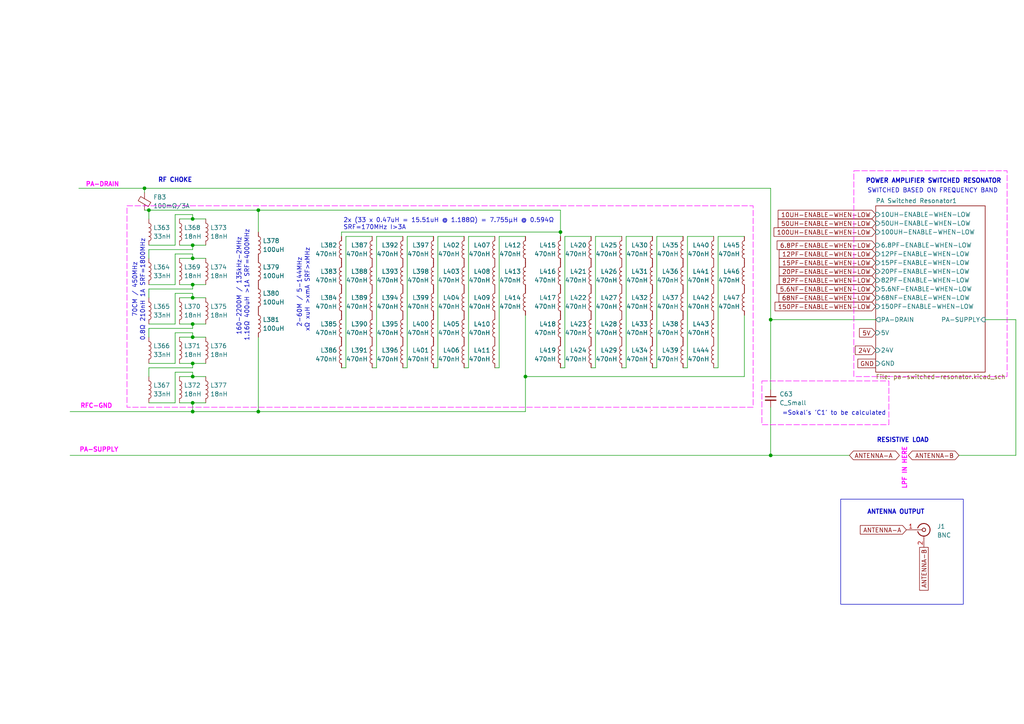
<source format=kicad_sch>
(kicad_sch (version 20231120) (generator "eeschema") (generator_version "8.0")
  (paper "A4")
  (junction (at 55.88 93.98))
  (junction (at 55.88 63.5))
  (junction (at 55.88 74.93))
  (junction (at 55.88 109.22))
  (junction (at 74.93 119.38))
  (junction (at 55.88 97.79))
  (junction (at 152.4 109.22))
  (junction (at 55.88 86.36))
  (junction (at 74.93 60.96))
  (junction (at 55.88 71.12))
  (junction (at 162.56 67.31))
  (junction (at 55.88 105.41))
  (junction (at 55.88 82.55))
  (junction (at 223.52 92.71))
  (junction (at 43.18 60.96))
  (junction (at 223.52 132.08))
  (junction (at 55.88 119.38))
  (junction (at 41.91 54.61))
  (junction (at 55.88 116.84))
  (wire (pts (xy 55.88 86.36) (xy 59.69 86.36)))
  (wire (pts (xy 223.52 54.61) (xy 223.52 92.71)))
  (wire (pts (xy 74.93 60.96) (xy 162.56 60.96)))
  (wire (pts (xy 43.18 60.96) (xy 74.93 60.96)))
  (wire (pts (xy 208.28 68.58) (xy 208.28 106.68)))
  (wire (pts (xy 190.5 68.58) (xy 198.12 68.58)))
  (wire (pts (xy 199.39 68.58) (xy 207.01 68.58)))
  (wire (pts (xy 55.88 109.22) (xy 59.69 109.22)))
  (wire (pts (xy 55.88 116.84) (xy 55.88 119.38)))
  (wire (pts (xy 43.18 71.12) (xy 50.8 71.12)))
  (wire (pts (xy 99.06 67.31) (xy 99.06 68.58)))
  (wire (pts (xy 55.88 71.12) (xy 55.88 72.39)))
  (wire (pts (xy 52.07 71.12) (xy 55.88 71.12)))
  (wire (pts (xy 52.07 74.93) (xy 55.88 74.93)))
  (wire (pts (xy 172.72 68.58) (xy 180.34 68.58)))
  (wire (pts (xy 107.95 106.68) (xy 109.22 106.68)))
  (wire (pts (xy 55.88 82.55) (xy 55.88 83.82)))
  (wire (pts (xy 52.07 97.79) (xy 55.88 97.79)))
  (wire (pts (xy 143.51 106.68) (xy 144.78 106.68)))
  (wire (pts (xy 135.89 68.58) (xy 143.51 68.58)))
  (wire (pts (xy 43.18 95.25) (xy 43.18 97.79)))
  (wire (pts (xy 55.88 71.12) (xy 59.69 71.12)))
  (wire (pts (xy 181.61 68.58) (xy 181.61 106.68)))
  (wire (pts (xy 181.61 68.58) (xy 189.23 68.58)))
  (wire (pts (xy 223.52 132.08) (xy 246.38 132.08)))
  (wire (pts (xy 118.11 68.58) (xy 118.11 106.68)))
  (wire (pts (xy 50.8 96.52) (xy 55.88 96.52)))
  (wire (pts (xy 50.8 116.84) (xy 50.8 107.95)))
  (wire (pts (xy 43.18 106.68) (xy 43.18 109.22)))
  (wire (pts (xy 223.52 113.03) (xy 223.52 92.71)))
  (wire (pts (xy 162.56 106.68) (xy 163.83 106.68)))
  (wire (pts (xy 163.83 68.58) (xy 171.45 68.58)))
  (wire (pts (xy 55.88 85.09) (xy 55.88 86.36)))
  (wire (pts (xy 223.52 118.11) (xy 223.52 132.08)))
  (wire (pts (xy 208.28 68.58) (xy 215.9 68.58)))
  (wire (pts (xy 199.39 68.58) (xy 199.39 106.68)))
  (wire (pts (xy 52.07 105.41) (xy 55.88 105.41)))
  (wire (pts (xy 171.45 106.68) (xy 172.72 106.68)))
  (wire (pts (xy 22.86 54.61) (xy 41.91 54.61)))
  (wire (pts (xy 55.88 74.93) (xy 59.69 74.93)))
  (wire (pts (xy 207.01 106.68) (xy 208.28 106.68)))
  (wire (pts (xy 52.07 82.55) (xy 55.88 82.55)))
  (wire (pts (xy 52.07 86.36) (xy 55.88 86.36)))
  (wire (pts (xy 41.91 54.61) (xy 223.52 54.61)))
  (wire (pts (xy 41.91 60.96) (xy 43.18 60.96)))
  (wire (pts (xy 55.88 105.41) (xy 59.69 105.41)))
  (wire (pts (xy 294.64 92.71) (xy 294.64 132.08)))
  (wire (pts (xy 55.88 96.52) (xy 55.88 97.79)))
  (wire (pts (xy 74.93 97.79) (xy 74.93 119.38)))
  (wire (pts (xy 55.88 119.38) (xy 74.93 119.38)))
  (wire (pts (xy 43.18 116.84) (xy 50.8 116.84)))
  (wire (pts (xy 55.88 73.66) (xy 55.88 74.93)))
  (wire (pts (xy 43.18 60.96) (xy 43.18 63.5)))
  (wire (pts (xy 55.88 62.23) (xy 55.88 63.5)))
  (wire (pts (xy 55.88 106.68) (xy 43.18 106.68)))
  (wire (pts (xy 127 68.58) (xy 127 106.68)))
  (wire (pts (xy 55.88 63.5) (xy 59.69 63.5)))
  (wire (pts (xy 144.78 68.58) (xy 144.78 106.68)))
  (wire (pts (xy 55.88 95.25) (xy 43.18 95.25)))
  (wire (pts (xy 50.8 71.12) (xy 50.8 62.23)))
  (wire (pts (xy 144.78 68.58) (xy 152.4 68.58)))
  (wire (pts (xy 55.88 116.84) (xy 59.69 116.84)))
  (wire (pts (xy 41.91 54.61) (xy 41.91 55.88)))
  (wire (pts (xy 55.88 83.82) (xy 43.18 83.82)))
  (wire (pts (xy 50.8 107.95) (xy 55.88 107.95)))
  (wire (pts (xy 172.72 68.58) (xy 172.72 106.68)))
  (wire (pts (xy 52.07 93.98) (xy 55.88 93.98)))
  (wire (pts (xy 74.93 119.38) (xy 152.4 119.38)))
  (wire (pts (xy 189.23 106.68) (xy 190.5 106.68)))
  (wire (pts (xy 125.73 106.68) (xy 127 106.68)))
  (wire (pts (xy 52.07 116.84) (xy 55.88 116.84)))
  (wire (pts (xy 162.56 67.31) (xy 162.56 68.58)))
  (wire (pts (xy 127 68.58) (xy 134.62 68.58)))
  (wire (pts (xy 109.22 68.58) (xy 116.84 68.58)))
  (wire (pts (xy 215.9 91.44) (xy 215.9 109.22)))
  (wire (pts (xy 162.56 60.96) (xy 162.56 67.31)))
  (wire (pts (xy 55.88 107.95) (xy 55.88 109.22)))
  (wire (pts (xy 152.4 109.22) (xy 215.9 109.22)))
  (wire (pts (xy 50.8 82.55) (xy 50.8 73.66)))
  (wire (pts (xy 43.18 82.55) (xy 50.8 82.55)))
  (wire (pts (xy 20.32 119.38) (xy 55.88 119.38)))
  (wire (pts (xy 198.12 106.68) (xy 199.39 106.68)))
  (wire (pts (xy 50.8 73.66) (xy 55.88 73.66)))
  (wire (pts (xy 55.88 93.98) (xy 55.88 95.25)))
  (wire (pts (xy 100.33 68.58) (xy 100.33 106.68)))
  (wire (pts (xy 50.8 105.41) (xy 50.8 96.52)))
  (wire (pts (xy 109.22 68.58) (xy 109.22 106.68)))
  (wire (pts (xy 152.4 91.44) (xy 152.4 109.22)))
  (wire (pts (xy 50.8 85.09) (xy 55.88 85.09)))
  (wire (pts (xy 55.88 93.98) (xy 59.69 93.98)))
  (wire (pts (xy 74.93 60.96) (xy 74.93 67.31)))
  (wire (pts (xy 100.33 68.58) (xy 107.95 68.58)))
  (wire (pts (xy 135.89 68.58) (xy 135.89 106.68)))
  (wire (pts (xy 99.06 67.31) (xy 162.56 67.31)))
  (wire (pts (xy 43.18 105.41) (xy 50.8 105.41)))
  (wire (pts (xy 180.34 106.68) (xy 181.61 106.68)))
  (wire (pts (xy 254 92.71) (xy 223.52 92.71)))
  (wire (pts (xy 285.75 92.71) (xy 294.64 92.71)))
  (wire (pts (xy 43.18 72.39) (xy 43.18 74.93)))
  (wire (pts (xy 52.07 63.5) (xy 55.88 63.5)))
  (wire (pts (xy 116.84 106.68) (xy 118.11 106.68)))
  (wire (pts (xy 163.83 68.58) (xy 163.83 106.68)))
  (wire (pts (xy 55.88 97.79) (xy 59.69 97.79)))
  (wire (pts (xy 99.06 106.68) (xy 100.33 106.68)))
  (wire (pts (xy 43.18 93.98) (xy 50.8 93.98)))
  (wire (pts (xy 278.13 132.08) (xy 294.64 132.08)))
  (wire (pts (xy 55.88 82.55) (xy 59.69 82.55)))
  (wire (pts (xy 152.4 109.22) (xy 152.4 119.38)))
  (wire (pts (xy 55.88 72.39) (xy 43.18 72.39)))
  (wire (pts (xy 50.8 62.23) (xy 55.88 62.23)))
  (wire (pts (xy 55.88 105.41) (xy 55.88 106.68)))
  (wire (pts (xy 43.18 83.82) (xy 43.18 86.36)))
  (wire (pts (xy 52.07 109.22) (xy 55.88 109.22)))
  (wire (pts (xy 20.32 132.08) (xy 223.52 132.08)))
  (wire (pts (xy 118.11 68.58) (xy 125.73 68.58)))
  (wire (pts (xy 50.8 93.98) (xy 50.8 85.09)))
  (wire (pts (xy 190.5 68.58) (xy 190.5 106.68)))
  (wire (pts (xy 134.62 106.68) (xy 135.89 106.68)))
  (rectangle (start 247.65 49.53) (end 292.1 109.22) (stroke (width 0) (type dash) (color 255 0 255 1)))
  (rectangle (start 36.83 59.69) (end 218.44 118.11) (stroke (width 0) (type dash) (color 255 0 255 1)))
  (rectangle (start 243.84 144.78) (end 279.4 175.26))
  (rectangle (start 220.98 110.49) (end 257.81 123.19) (stroke (width 0) (type dash) (color 255 0 255 1)))
  (text "RESISTIVE LOAD" (at 261.874 127.762 0) (effects (font (size 1.27 1.27) (thickness 0.254) (bold yes))))
  (text "LPF IN HERE" (at 262.382 129.54 90) (effects (font (size 1.27 1.27) (thickness 0.254) (bold yes)) (justify right)))
  (text "160-2200M / 135kHz-2MHz" (at 69.342 83.058 90) (effects (font (size 1.27 1.27))))
  (text "1.16Ω 400uH >1A SRF=4000MHz" (at 71.628 82.804 90) (effects (font (size 1.27 1.27))))
  (text "PA-DRAIN" (at 29.718 53.594 0) (effects (font (size 1.27 1.27) (thickness 0.254) (bold yes))))
  (text "RF CHOKE" (at 50.8 52.324 0) (effects (font (size 1.27 1.27) (thickness 0.254) (bold yes))))
  (text "=Sokal's 'C1' to be calculated" (at 226.822 119.888 0) (effects (font (size 1.27 1.27)) (justify left)))
  (text "SWITCHED BASED ON FREQUENCY BAND" (at 270.51 55.372 0) (effects (font (size 1.27 1.27))))
  (text "ANTENNA OUTPUT" (at 259.842 148.59 0) (effects (font (size 1.27 1.27) (thickness 0.254) (bold yes))))
  (text "2-60M / 5-144MHz" (at 86.868 84.836 90) (effects (font (size 1.27 1.27))))
  (text "POWER AMPLIFIER SWITCHED RESONATOR" (at 270.764 52.578 0) (effects (font (size 1.27 1.27) (thickness 0.254) (bold yes))))
  (text "0.8Ω 210nH 1A SRF=1800MHz" (at 41.402 84.074 90) (effects (font (size 1.27 1.27))))
  (text "xΩ xuH >xmA SRF>xMHz" (at 89.154 84.074 90) (effects (font (size 1.27 1.27))))
  (text "PA-SUPPLY" (at 28.702 130.556 0) (effects (font (size 1.27 1.27) (thickness 0.254) (bold yes))))
  (text "70CM / 450MHz" (at 39.116 84.074 90) (effects (font (size 1.27 1.27))))
  (text "RFC-GND" (at 27.94 117.856 0) (effects (font (size 1.27 1.27) (thickness 0.254) (bold yes))))
  (text "2x (33 x 0.47uH = 15.51uH @ 1.188Ω) = 7.755μH @ 0.594Ω\nSRF=170MHz I>3A" (at 99.568 65.024 0) (effects (font (size 1.27 1.27)) (justify left)))
  (global_label "68NF-ENABLE-WHEN-LOW" (shape input) (at 254 86.36 180) (property "Intersheetrefs" "${INTERSHEET_REFS}" (effects (hide yes))))
  (global_label "ANTENNA-A" (shape input) (at 262.89 153.67 180) (property "Intersheetrefs" "${INTERSHEET_REFS}" (effects (hide yes))))
  (global_label "ANTENNA-B" (shape passive) (at 267.97 158.75 270) (property "Intersheetrefs" "${INTERSHEET_REFS}" (effects (hide yes))))
  (global_label "50UH-ENABLE-WHEN-LOW" (shape input) (at 254 64.77 180) (property "Intersheetrefs" "${INTERSHEET_REFS}" (effects (hide yes))))
  (global_label "15PF-ENABLE-WHEN-LOW" (shape input) (at 254 76.2 180) (property "Intersheetrefs" "${INTERSHEET_REFS}" (effects (hide yes))))
  (global_label "20PF-ENABLE-WHEN-LOW" (shape input) (at 254 78.74 180) (property "Intersheetrefs" "${INTERSHEET_REFS}" (effects (hide yes))))
  (global_label "5.6NF-ENABLE-WHEN-LOW" (shape input) (at 254 83.82 180) (property "Intersheetrefs" "${INTERSHEET_REFS}" (effects (hide yes))))
  (global_label "100UH-ENABLE-WHEN-LOW" (shape input) (at 254 67.31 180) (property "Intersheetrefs" "${INTERSHEET_REFS}" (effects (hide yes))))
  (global_label "150PF-ENABLE-WHEN-LOW" (shape input) (at 254 88.9 180) (property "Intersheetrefs" "${INTERSHEET_REFS}" (effects (hide yes))))
  (global_label "6.8PF-ENABLE-WHEN-LOW" (shape input) (at 254 71.12 180) (property "Intersheetrefs" "${INTERSHEET_REFS}" (effects (hide yes))))
  (global_label "ANTENNA-B" (shape bidirectional) (at 278.13 132.08 180) (property "Intersheetrefs" "${INTERSHEET_REFS}" (effects (hide yes))))
  (global_label "5V" (shape input) (at 254 96.52 180) (property "Intersheetrefs" "${INTERSHEET_REFS}" (effects (hide yes))))
  (global_label "82PF-ENABLE-WHEN-LOW" (shape input) (at 254 81.28 180) (property "Intersheetrefs" "${INTERSHEET_REFS}" (effects (hide yes))))
  (global_label "24V" (shape input) (at 254 101.6 180) (property "Intersheetrefs" "${INTERSHEET_REFS}" (effects (hide yes))))
  (global_label "GND" (shape passive) (at 254 105.41 180) (property "Intersheetrefs" "${INTERSHEET_REFS}" (effects (hide yes))))
  (global_label "12PF-ENABLE-WHEN-LOW" (shape input) (at 254 73.66 180) (property "Intersheetrefs" "${INTERSHEET_REFS}" (effects (hide yes))))
  (global_label "10UH-ENABLE-WHEN-LOW" (shape input) (at 254 62.23 180) (property "Intersheetrefs" "${INTERSHEET_REFS}" (effects (hide yes))))
  (global_label "ANTENNA-A" (shape bidirectional) (at 246.38 132.08 0) (property "Intersheetrefs" "${INTERSHEET_REFS}" (effects (hide yes))))
  (symbol (lib_id "Device:L") (at 74.93 93.98 0) (unit 1)
    (property "Reference" "L381" (at 76.2 92.7099 0) (effects (justify left)))
    (property "Value" "100uH" (at 76.2 95.2499 0) (effects (justify left)))
    (property "Footprint" "Inductor_SMD:L_Cenker_CKCS8040" (effects (hide yes)))
    (property "Datasheet" "https://wmsc.lcsc.com/wmsc/upload/file/pdf/v2/lcsc/2310251551_Sunlord-SWPA8040S101MT_C83468.pdf" (effects (hide yes)))
    (property "Description" "1A 100uH ±20% 1.15A SMD,8x8mm Power Inductors ROHS" (effects (hide yes)))
    (property "LCSC Part #" "C83468" (effects (hide yes)))
    (property "MPN" "SWPA8040S101MT" (effects (hide yes)))
    (property "Manufacturer" "Sunlord" (effects (hide yes)))
  )
  (symbol (lib_id "Device:L") (at 171.45 80.01 0) (mirror y) (unit 1)
    (property "Reference" "L421" (at 170.18 78.7399 0) (effects (justify left)))
    (property "Value" "470nH" (at 170.18 81.2799 0) (effects (justify left)))
    (property "Footprint" "Inductor_SMD:L_1008_2520Metric" (effects (hide yes)))
    (property "Datasheet" "https://wmsc.lcsc.com/wmsc/upload/file/pdf/v2/lcsc/2310251550_Sunlord-SPH252012HR47MT_C316369.pdf" (effects (hide yes)))
    (property "Description" "3A 470nH ±20% 4.1A 1008 Power Inductors ROHS" (effects (hide yes)))
    (property "LCSC Part #" "C316369" (effects (hide yes)))
    (property "MPN" "SPH252012HR47MT" (effects (hide yes)))
    (property "Manufacturer" "Sunlord" (effects (hide yes)))
  )
  (symbol (lib_id "Device:L") (at 116.84 102.87 0) (mirror y) (unit 1)
    (property "Reference" "L396" (at 115.57 101.5999 0) (effects (justify left)))
    (property "Value" "470nH" (at 115.57 104.1399 0) (effects (justify left)))
    (property "Footprint" "Inductor_SMD:L_1008_2520Metric" (effects (hide yes)))
    (property "Datasheet" "https://wmsc.lcsc.com/wmsc/upload/file/pdf/v2/lcsc/2310251550_Sunlord-SPH252012HR47MT_C316369.pdf" (effects (hide yes)))
    (property "Description" "3A 470nH ±20% 4.1A 1008 Power Inductors ROHS" (effects (hide yes)))
    (property "LCSC Part #" "C316369" (effects (hide yes)))
    (property "MPN" "SPH252012HR47MT" (effects (hide yes)))
    (property "Manufacturer" "Sunlord" (effects (hide yes)))
  )
  (symbol (lib_id "Device:L") (at 198.12 95.25 0) (mirror y) (unit 1)
    (property "Reference" "L438" (at 196.85 93.9799 0) (effects (justify left)))
    (property "Value" "470nH" (at 196.85 96.5199 0) (effects (justify left)))
    (property "Footprint" "Inductor_SMD:L_1008_2520Metric" (effects (hide yes)))
    (property "Datasheet" "https://wmsc.lcsc.com/wmsc/upload/file/pdf/v2/lcsc/2310251550_Sunlord-SPH252012HR47MT_C316369.pdf" (effects (hide yes)))
    (property "Description" "3A 470nH ±20% 4.1A 1008 Power Inductors ROHS" (effects (hide yes)))
    (property "LCSC Part #" "C316369" (effects (hide yes)))
    (property "MPN" "SPH252012HR47MT" (effects (hide yes)))
    (property "Manufacturer" "Sunlord" (effects (hide yes)))
  )
  (symbol (lib_id "Device:L") (at 74.93 86.36 0) (unit 1)
    (property "Reference" "L380" (at 76.2 85.0899 0) (effects (justify left)))
    (property "Value" "100uH" (at 76.2 87.6299 0) (effects (justify left)))
    (property "Footprint" "Inductor_SMD:L_Cenker_CKCS8040" (effects (hide yes)))
    (property "Datasheet" "https://wmsc.lcsc.com/wmsc/upload/file/pdf/v2/lcsc/2310251551_Sunlord-SWPA8040S101MT_C83468.pdf" (effects (hide yes)))
    (property "Description" "1A 100uH ±20% 1.15A SMD,8x8mm Power Inductors ROHS" (effects (hide yes)))
    (property "LCSC Part #" "C83468" (effects (hide yes)))
    (property "MPN" "SWPA8040S101MT" (effects (hide yes)))
    (property "Manufacturer" "Sunlord" (effects (hide yes)))
  )
  (symbol (lib_id "Device:L") (at 152.4 87.63 0) (mirror y) (unit 1)
    (property "Reference" "L414" (at 151.13 86.3599 0) (effects (justify left)))
    (property "Value" "470nH" (at 151.13 88.8999 0) (effects (justify left)))
    (property "Footprint" "Inductor_SMD:L_1008_2520Metric" (effects (hide yes)))
    (property "Datasheet" "https://wmsc.lcsc.com/wmsc/upload/file/pdf/v2/lcsc/2310251550_Sunlord-SPH252012HR47MT_C316369.pdf" (effects (hide yes)))
    (property "Description" "3A 470nH ±20% 4.1A 1008 Power Inductors ROHS" (effects (hide yes)))
    (property "LCSC Part #" "C316369" (effects (hide yes)))
    (property "MPN" "SPH252012HR47MT" (effects (hide yes)))
    (property "Manufacturer" "Sunlord" (effects (hide yes)))
  )
  (symbol (lib_id "Device:C_Small") (at 223.52 115.57 0) (unit 1)
    (property "Reference" "C63" (at 226.06 114.3062 0) (effects (justify left)))
    (property "Value" "C_Small" (at 226.06 116.8462 0) (effects (justify left)))
    (property "Description" "Unpolarized capacitor, small symbol" (effects (hide yes)))
  )
  (symbol (lib_id "Device:L") (at 52.07 78.74 0) (unit 1)
    (property "Reference" "L369" (at 53.34 77.4699 0) (effects (justify left)))
    (property "Value" "18nH" (at 53.34 80.0099 0) (effects (justify left)))
    (property "Footprint" "Inductor_SMD:L_1210_3225Metric" (effects (hide yes)))
    (property "Datasheet" "https://wmsc.lcsc.com/wmsc/upload/file/pdf/v2/lcsc/2302231208_FH--Guangdong-Fenghua-Advanced-Tech-FHW1210HC018JGT_C318035.pdf" (effects (hide yes)))
    (property "Description" "1A 18nH ±5% 100mΩ 1210 Inductors (SMD) ROHS" (effects (hide yes)))
    (property "LCSC Part #" "C318035" (effects (hide yes)))
    (property "MPN" "FHW1210HC018JGT" (effects (hide yes)))
    (property "Manufacturer" "Fenghua" (effects (hide yes)))
  )
  (symbol (lib_id "Device:L") (at 143.51 95.25 0) (mirror y) (unit 1)
    (property "Reference" "L410" (at 142.24 93.9799 0) (effects (justify left)))
    (property "Value" "470nH" (at 142.24 96.5199 0) (effects (justify left)))
    (property "Footprint" "Inductor_SMD:L_1008_2520Metric" (effects (hide yes)))
    (property "Datasheet" "https://wmsc.lcsc.com/wmsc/upload/file/pdf/v2/lcsc/2310251550_Sunlord-SPH252012HR47MT_C316369.pdf" (effects (hide yes)))
    (property "Description" "3A 470nH ±20% 4.1A 1008 Power Inductors ROHS" (effects (hide yes)))
    (property "LCSC Part #" "C316369" (effects (hide yes)))
    (property "MPN" "SPH252012HR47MT" (effects (hide yes)))
    (property "Manufacturer" "Sunlord" (effects (hide yes)))
  )
  (symbol (lib_id "Device:L") (at 143.51 72.39 0) (mirror y) (unit 1)
    (property "Reference" "L407" (at 142.24 71.1199 0) (effects (justify left)))
    (property "Value" "470nH" (at 142.24 73.6599 0) (effects (justify left)))
    (property "Footprint" "Inductor_SMD:L_1008_2520Metric" (effects (hide yes)))
    (property "Datasheet" "https://wmsc.lcsc.com/wmsc/upload/file/pdf/v2/lcsc/2310251550_Sunlord-SPH252012HR47MT_C316369.pdf" (effects (hide yes)))
    (property "Description" "3A 470nH ±20% 4.1A 1008 Power Inductors ROHS" (effects (hide yes)))
    (property "LCSC Part #" "C316369" (effects (hide yes)))
    (property "MPN" "SPH252012HR47MT" (effects (hide yes)))
    (property "Manufacturer" "Sunlord" (effects (hide yes)))
  )
  (symbol (lib_id "Device:L") (at 162.56 95.25 0) (mirror y) (unit 1)
    (property "Reference" "L418" (at 161.29 93.9799 0) (effects (justify left)))
    (property "Value" "470nH" (at 161.29 96.5199 0) (effects (justify left)))
    (property "Footprint" "Inductor_SMD:L_1008_2520Metric" (effects (hide yes)))
    (property "Datasheet" "https://wmsc.lcsc.com/wmsc/upload/file/pdf/v2/lcsc/2310251550_Sunlord-SPH252012HR47MT_C316369.pdf" (effects (hide yes)))
    (property "Description" "3A 470nH ±20% 4.1A 1008 Power Inductors ROHS" (effects (hide yes)))
    (property "LCSC Part #" "C316369" (effects (hide yes)))
    (property "MPN" "SPH252012HR47MT" (effects (hide yes)))
    (property "Manufacturer" "Sunlord" (effects (hide yes)))
  )
  (symbol (lib_id "Device:L") (at 152.4 80.01 0) (mirror y) (unit 1)
    (property "Reference" "L413" (at 151.13 78.7399 0) (effects (justify left)))
    (property "Value" "470nH" (at 151.13 81.2799 0) (effects (justify left)))
    (property "Footprint" "Inductor_SMD:L_1008_2520Metric" (effects (hide yes)))
    (property "Datasheet" "https://wmsc.lcsc.com/wmsc/upload/file/pdf/v2/lcsc/2310251550_Sunlord-SPH252012HR47MT_C316369.pdf" (effects (hide yes)))
    (property "Description" "3A 470nH ±20% 4.1A 1008 Power Inductors ROHS" (effects (hide yes)))
    (property "LCSC Part #" "C316369" (effects (hide yes)))
    (property "MPN" "SPH252012HR47MT" (effects (hide yes)))
    (property "Manufacturer" "Sunlord" (effects (hide yes)))
  )
  (symbol (lib_id "Device:L") (at 198.12 87.63 0) (mirror y) (unit 1)
    (property "Reference" "L437" (at 196.85 86.3599 0) (effects (justify left)))
    (property "Value" "470nH" (at 196.85 88.8999 0) (effects (justify left)))
    (property "Footprint" "Inductor_SMD:L_1008_2520Metric" (effects (hide yes)))
    (property "Datasheet" "https://wmsc.lcsc.com/wmsc/upload/file/pdf/v2/lcsc/2310251550_Sunlord-SPH252012HR47MT_C316369.pdf" (effects (hide yes)))
    (property "Description" "3A 470nH ±20% 4.1A 1008 Power Inductors ROHS" (effects (hide yes)))
    (property "LCSC Part #" "C316369" (effects (hide yes)))
    (property "MPN" "SPH252012HR47MT" (effects (hide yes)))
    (property "Manufacturer" "Sunlord" (effects (hide yes)))
  )
  (symbol (lib_id "Device:L") (at 52.07 101.6 0) (unit 1)
    (property "Reference" "L371" (at 53.34 100.3299 0) (effects (justify left)))
    (property "Value" "18nH" (at 53.34 102.8699 0) (effects (justify left)))
    (property "Footprint" "Inductor_SMD:L_1210_3225Metric" (effects (hide yes)))
    (property "Datasheet" "https://wmsc.lcsc.com/wmsc/upload/file/pdf/v2/lcsc/2302231208_FH--Guangdong-Fenghua-Advanced-Tech-FHW1210HC018JGT_C318035.pdf" (effects (hide yes)))
    (property "Description" "1A 18nH ±5% 100mΩ 1210 Inductors (SMD) ROHS" (effects (hide yes)))
    (property "LCSC Part #" "C318035" (effects (hide yes)))
    (property "MPN" "FHW1210HC018JGT" (effects (hide yes)))
    (property "Manufacturer" "Fenghua" (effects (hide yes)))
  )
  (symbol (lib_id "Device:L") (at 43.18 101.6 0) (unit 1)
    (property "Reference" "L366" (at 44.45 100.3299 0) (effects (justify left)))
    (property "Value" "33nH" (at 44.45 102.8699 0) (effects (justify left)))
    (property "Footprint" "Inductor_SMD:L_1210_3225Metric" (effects (hide yes)))
    (property "Datasheet" "https://wmsc.lcsc.com/wmsc/upload/file/pdf/v2/lcsc/2302231030_FH--Guangdong-Fenghua-Advanced-Tech-FHW1210HC033JGT_C304280.pdf" (effects (hide yes)))
    (property "Description" "1A 33nH ±5% 110mΩ 1210 Inductors (SMD) ROHS" (effects (hide yes)))
    (property "LCSC Part #" "C304280" (effects (hide yes)))
    (property "MPN" "FHW1210HC033JGT" (effects (hide yes)))
    (property "Manufacturer" "Fenghua" (effects (hide yes)))
  )
  (symbol (lib_id "Device:L") (at 125.73 87.63 0) (mirror y) (unit 1)
    (property "Reference" "L399" (at 124.46 86.3599 0) (effects (justify left)))
    (property "Value" "470nH" (at 124.46 88.8999 0) (effects (justify left)))
    (property "Footprint" "Inductor_SMD:L_1008_2520Metric" (effects (hide yes)))
    (property "Datasheet" "https://wmsc.lcsc.com/wmsc/upload/file/pdf/v2/lcsc/2310251550_Sunlord-SPH252012HR47MT_C316369.pdf" (effects (hide yes)))
    (property "Description" "3A 470nH ±20% 4.1A 1008 Power Inductors ROHS" (effects (hide yes)))
    (property "LCSC Part #" "C316369" (effects (hide yes)))
    (property "MPN" "SPH252012HR47MT" (effects (hide yes)))
    (property "Manufacturer" "Sunlord" (effects (hide yes)))
  )
  (symbol (lib_id "Device:L") (at 43.18 78.74 0) (unit 1)
    (property "Reference" "L364" (at 44.45 77.4699 0) (effects (justify left)))
    (property "Value" "33nH" (at 44.45 80.0099 0) (effects (justify left)))
    (property "Footprint" "Inductor_SMD:L_1210_3225Metric" (effects (hide yes)))
    (property "Datasheet" "https://wmsc.lcsc.com/wmsc/upload/file/pdf/v2/lcsc/2302231030_FH--Guangdong-Fenghua-Advanced-Tech-FHW1210HC033JGT_C304280.pdf" (effects (hide yes)))
    (property "Description" "1A 33nH ±5% 110mΩ 1210 Inductors (SMD) ROHS" (effects (hide yes)))
    (property "LCSC Part #" "C304280" (effects (hide yes)))
    (property "MPN" "FHW1210HC033JGT" (effects (hide yes)))
    (property "Manufacturer" "Fenghua" (effects (hide yes)))
  )
  (symbol (lib_id "Connector:Conn_Coaxial") (at 267.97 153.67 0) (unit 1)
    (property "Reference" "J1" (at 271.78 152.6931 0) (effects (justify left)))
    (property "Value" "BNC" (at 271.78 155.2331 0) (effects (justify left)))
    (property "Footprint" "Connector_Coaxial:BNC_TEConnectivity_1478204_Vertical" (effects (hide yes)))
    (property "Description" "coaxial connector (BNC, SMA, SMB, SMC, Cinch/RCA, LEMO, ...)" (effects (hide yes)))
  )
  (symbol (lib_id "Device:L") (at 215.9 72.39 0) (mirror y) (unit 1)
    (property "Reference" "L445" (at 214.63 71.1199 0) (effects (justify left)))
    (property "Value" "470nH" (at 214.63 73.6599 0) (effects (justify left)))
    (property "Footprint" "Inductor_SMD:L_1008_2520Metric" (effects (hide yes)))
    (property "Datasheet" "https://wmsc.lcsc.com/wmsc/upload/file/pdf/v2/lcsc/2310251550_Sunlord-SPH252012HR47MT_C316369.pdf" (effects (hide yes)))
    (property "Description" "3A 470nH ±20% 4.1A 1008 Power Inductors ROHS" (effects (hide yes)))
    (property "LCSC Part #" "C316369" (effects (hide yes)))
    (property "MPN" "SPH252012HR47MT" (effects (hide yes)))
    (property "Manufacturer" "Sunlord" (effects (hide yes)))
  )
  (symbol (lib_id "Device:L") (at 43.18 90.17 0) (unit 1)
    (property "Reference" "L365" (at 44.45 88.8999 0) (effects (justify left)))
    (property "Value" "33nH" (at 44.45 91.4399 0) (effects (justify left)))
    (property "Footprint" "Inductor_SMD:L_1210_3225Metric" (effects (hide yes)))
    (property "Datasheet" "https://wmsc.lcsc.com/wmsc/upload/file/pdf/v2/lcsc/2302231030_FH--Guangdong-Fenghua-Advanced-Tech-FHW1210HC033JGT_C304280.pdf" (effects (hide yes)))
    (property "Description" "1A 33nH ±5% 110mΩ 1210 Inductors (SMD) ROHS" (effects (hide yes)))
    (property "LCSC Part #" "C304280" (effects (hide yes)))
    (property "MPN" "FHW1210HC033JGT" (effects (hide yes)))
    (property "Manufacturer" "Fenghua" (effects (hide yes)))
  )
  (symbol (lib_id "Device:L") (at 207.01 95.25 0) (mirror y) (unit 1)
    (property "Reference" "L443" (at 205.74 93.9799 0) (effects (justify left)))
    (property "Value" "470nH" (at 205.74 96.5199 0) (effects (justify left)))
    (property "Footprint" "Inductor_SMD:L_1008_2520Metric" (effects (hide yes)))
    (property "Datasheet" "https://wmsc.lcsc.com/wmsc/upload/file/pdf/v2/lcsc/2310251550_Sunlord-SPH252012HR47MT_C316369.pdf" (effects (hide yes)))
    (property "Description" "3A 470nH ±20% 4.1A 1008 Power Inductors ROHS" (effects (hide yes)))
    (property "LCSC Part #" "C316369" (effects (hide yes)))
    (property "MPN" "SPH252012HR47MT" (effects (hide yes)))
    (property "Manufacturer" "Sunlord" (effects (hide yes)))
  )
  (symbol (lib_id "Device:L") (at 215.9 80.01 0) (mirror y) (unit 1)
    (property "Reference" "L446" (at 214.63 78.7399 0) (effects (justify left)))
    (property "Value" "470nH" (at 214.63 81.2799 0) (effects (justify left)))
    (property "Footprint" "Inductor_SMD:L_1008_2520Metric" (effects (hide yes)))
    (property "Datasheet" "https://wmsc.lcsc.com/wmsc/upload/file/pdf/v2/lcsc/2310251550_Sunlord-SPH252012HR47MT_C316369.pdf" (effects (hide yes)))
    (property "Description" "3A 470nH ±20% 4.1A 1008 Power Inductors ROHS" (effects (hide yes)))
    (property "LCSC Part #" "C316369" (effects (hide yes)))
    (property "MPN" "SPH252012HR47MT" (effects (hide yes)))
    (property "Manufacturer" "Sunlord" (effects (hide yes)))
  )
  (symbol (lib_id "Device:L") (at 107.95 95.25 0) (mirror y) (unit 1)
    (property "Reference" "L390" (at 106.68 93.9799 0) (effects (justify left)))
    (property "Value" "470nH" (at 106.68 96.5199 0) (effects (justify left)))
    (property "Footprint" "Inductor_SMD:L_1008_2520Metric" (effects (hide yes)))
    (property "Datasheet" "https://wmsc.lcsc.com/wmsc/upload/file/pdf/v2/lcsc/2310251550_Sunlord-SPH252012HR47MT_C316369.pdf" (effects (hide yes)))
    (property "Description" "3A 470nH ±20% 4.1A 1008 Power Inductors ROHS" (effects (hide yes)))
    (property "LCSC Part #" "C316369" (effects (hide yes)))
    (property "MPN" "SPH252012HR47MT" (effects (hide yes)))
    (property "Manufacturer" "Sunlord" (effects (hide yes)))
  )
  (symbol (lib_id "Device:L") (at 134.62 102.87 0) (mirror y) (unit 1)
    (property "Reference" "L406" (at 133.35 101.5999 0) (effects (justify left)))
    (property "Value" "470nH" (at 133.35 104.1399 0) (effects (justify left)))
    (property "Footprint" "Inductor_SMD:L_1008_2520Metric" (effects (hide yes)))
    (property "Datasheet" "https://wmsc.lcsc.com/wmsc/upload/file/pdf/v2/lcsc/2310251550_Sunlord-SPH252012HR47MT_C316369.pdf" (effects (hide yes)))
    (property "Description" "3A 470nH ±20% 4.1A 1008 Power Inductors ROHS" (effects (hide yes)))
    (property "LCSC Part #" "C316369" (effects (hide yes)))
    (property "MPN" "SPH252012HR47MT" (effects (hide yes)))
    (property "Manufacturer" "Sunlord" (effects (hide yes)))
  )
  (symbol (lib_id "Device:L") (at 180.34 95.25 0) (mirror y) (unit 1)
    (property "Reference" "L428" (at 179.07 93.9799 0) (effects (justify left)))
    (property "Value" "470nH" (at 179.07 96.5199 0) (effects (justify left)))
    (property "Footprint" "Inductor_SMD:L_1008_2520Metric" (effects (hide yes)))
    (property "Datasheet" "https://wmsc.lcsc.com/wmsc/upload/file/pdf/v2/lcsc/2310251550_Sunlord-SPH252012HR47MT_C316369.pdf" (effects (hide yes)))
    (property "Description" "3A 470nH ±20% 4.1A 1008 Power Inductors ROHS" (effects (hide yes)))
    (property "LCSC Part #" "C316369" (effects (hide yes)))
    (property "MPN" "SPH252012HR47MT" (effects (hide yes)))
    (property "Manufacturer" "Sunlord" (effects (hide yes)))
  )
  (symbol (lib_id "Device:L") (at 189.23 80.01 0) (mirror y) (unit 1)
    (property "Reference" "L431" (at 187.96 78.7399 0) (effects (justify left)))
    (property "Value" "470nH" (at 187.96 81.2799 0) (effects (justify left)))
    (property "Footprint" "Inductor_SMD:L_1008_2520Metric" (effects (hide yes)))
    (property "Datasheet" "https://wmsc.lcsc.com/wmsc/upload/file/pdf/v2/lcsc/2310251550_Sunlord-SPH252012HR47MT_C316369.pdf" (effects (hide yes)))
    (property "Description" "3A 470nH ±20% 4.1A 1008 Power Inductors ROHS" (effects (hide yes)))
    (property "LCSC Part #" "C316369" (effects (hide yes)))
    (property "MPN" "SPH252012HR47MT" (effects (hide yes)))
    (property "Manufacturer" "Sunlord" (effects (hide yes)))
  )
  (symbol (lib_id "Device:L") (at 99.06 72.39 0) (mirror y) (unit 1)
    (property "Reference" "L382" (at 97.79 71.1199 0) (effects (justify left)))
    (property "Value" "470nH" (at 97.79 73.6599 0) (effects (justify left)))
    (property "Footprint" "Inductor_SMD:L_1008_2520Metric" (effects (hide yes)))
    (property "Datasheet" "https://wmsc.lcsc.com/wmsc/upload/file/pdf/v2/lcsc/2310251550_Sunlord-SPH252012HR47MT_C316369.pdf" (effects (hide yes)))
    (property "Description" "3A 470nH ±20% 4.1A 1008 Power Inductors ROHS" (effects (hide yes)))
    (property "LCSC Part #" "C316369" (effects (hide yes)))
    (property "MPN" "SPH252012HR47MT" (effects (hide yes)))
    (property "Manufacturer" "Sunlord" (effects (hide yes)))
  )
  (symbol (lib_id "Device:L") (at 180.34 102.87 0) (mirror y) (unit 1)
    (property "Reference" "L429" (at 179.07 101.5999 0) (effects (justify left)))
    (property "Value" "470nH" (at 179.07 104.1399 0) (effects (justify left)))
    (property "Footprint" "Inductor_SMD:L_1008_2520Metric" (effects (hide yes)))
    (property "Datasheet" "https://wmsc.lcsc.com/wmsc/upload/file/pdf/v2/lcsc/2310251550_Sunlord-SPH252012HR47MT_C316369.pdf" (effects (hide yes)))
    (property "Description" "3A 470nH ±20% 4.1A 1008 Power Inductors ROHS" (effects (hide yes)))
    (property "LCSC Part #" "C316369" (effects (hide yes)))
    (property "MPN" "SPH252012HR47MT" (effects (hide yes)))
    (property "Manufacturer" "Sunlord" (effects (hide yes)))
  )
  (symbol (lib_id "Device:L") (at 116.84 72.39 0) (mirror y) (unit 1)
    (property "Reference" "L392" (at 115.57 71.1199 0) (effects (justify left)))
    (property "Value" "470nH" (at 115.57 73.6599 0) (effects (justify left)))
    (property "Footprint" "Inductor_SMD:L_1008_2520Metric" (effects (hide yes)))
    (property "Datasheet" "https://wmsc.lcsc.com/wmsc/upload/file/pdf/v2/lcsc/2310251550_Sunlord-SPH252012HR47MT_C316369.pdf" (effects (hide yes)))
    (property "Description" "3A 470nH ±20% 4.1A 1008 Power Inductors ROHS" (effects (hide yes)))
    (property "LCSC Part #" "C316369" (effects (hide yes)))
    (property "MPN" "SPH252012HR47MT" (effects (hide yes)))
    (property "Manufacturer" "Sunlord" (effects (hide yes)))
  )
  (symbol (lib_id "Device:L") (at 189.23 95.25 0) (mirror y) (unit 1)
    (property "Reference" "L433" (at 187.96 93.9799 0) (effects (justify left)))
    (property "Value" "470nH" (at 187.96 96.5199 0) (effects (justify left)))
    (property "Footprint" "Inductor_SMD:L_1008_2520Metric" (effects (hide yes)))
    (property "Datasheet" "https://wmsc.lcsc.com/wmsc/upload/file/pdf/v2/lcsc/2310251550_Sunlord-SPH252012HR47MT_C316369.pdf" (effects (hide yes)))
    (property "Description" "3A 470nH ±20% 4.1A 1008 Power Inductors ROHS" (effects (hide yes)))
    (property "LCSC Part #" "C316369" (effects (hide yes)))
    (property "MPN" "SPH252012HR47MT" (effects (hide yes)))
    (property "Manufacturer" "Sunlord" (effects (hide yes)))
  )
  (symbol (lib_id "Device:L") (at 189.23 72.39 0) (mirror y) (unit 1)
    (property "Reference" "L430" (at 187.96 71.1199 0) (effects (justify left)))
    (property "Value" "470nH" (at 187.96 73.6599 0) (effects (justify left)))
    (property "Footprint" "Inductor_SMD:L_1008_2520Metric" (effects (hide yes)))
    (property "Datasheet" "https://wmsc.lcsc.com/wmsc/upload/file/pdf/v2/lcsc/2310251550_Sunlord-SPH252012HR47MT_C316369.pdf" (effects (hide yes)))
    (property "Description" "3A 470nH ±20% 4.1A 1008 Power Inductors ROHS" (effects (hide yes)))
    (property "LCSC Part #" "C316369" (effects (hide yes)))
    (property "MPN" "SPH252012HR47MT" (effects (hide yes)))
    (property "Manufacturer" "Sunlord" (effects (hide yes)))
  )
  (symbol (lib_id "Device:L") (at 43.18 67.31 0) (unit 1)
    (property "Reference" "L363" (at 44.45 66.0399 0) (effects (justify left)))
    (property "Value" "33nH" (at 44.45 68.5799 0) (effects (justify left)))
    (property "Footprint" "Inductor_SMD:L_1210_3225Metric" (effects (hide yes)))
    (property "Datasheet" "https://wmsc.lcsc.com/wmsc/upload/file/pdf/v2/lcsc/2302231030_FH--Guangdong-Fenghua-Advanced-Tech-FHW1210HC033JGT_C304280.pdf" (effects (hide yes)))
    (property "Description" "1A 33nH ±5% 110mΩ 1210 Inductors (SMD) ROHS" (effects (hide yes)))
    (property "LCSC Part #" "C304280" (effects (hide yes)))
    (property "MPN" "FHW1210HC033JGT" (effects (hide yes)))
    (property "Manufacturer" "Fenghua" (effects (hide yes)))
  )
  (symbol (lib_id "Device:L") (at 198.12 102.87 0) (mirror y) (unit 1)
    (property "Reference" "L439" (at 196.85 101.5999 0) (effects (justify left)))
    (property "Value" "470nH" (at 196.85 104.1399 0) (effects (justify left)))
    (property "Footprint" "Inductor_SMD:L_1008_2520Metric" (effects (hide yes)))
    (property "Datasheet" "https://wmsc.lcsc.com/wmsc/upload/file/pdf/v2/lcsc/2310251550_Sunlord-SPH252012HR47MT_C316369.pdf" (effects (hide yes)))
    (property "Description" "3A 470nH ±20% 4.1A 1008 Power Inductors ROHS" (effects (hide yes)))
    (property "LCSC Part #" "C316369" (effects (hide yes)))
    (property "MPN" "SPH252012HR47MT" (effects (hide yes)))
    (property "Manufacturer" "Sunlord" (effects (hide yes)))
  )
  (symbol (lib_id "Device:L") (at 116.84 87.63 0) (mirror y) (unit 1)
    (property "Reference" "L394" (at 115.57 86.3599 0) (effects (justify left)))
    (property "Value" "470nH" (at 115.57 88.8999 0) (effects (justify left)))
    (property "Footprint" "Inductor_SMD:L_1008_2520Metric" (effects (hide yes)))
    (property "Datasheet" "https://wmsc.lcsc.com/wmsc/upload/file/pdf/v2/lcsc/2310251550_Sunlord-SPH252012HR47MT_C316369.pdf" (effects (hide yes)))
    (property "Description" "3A 470nH ±20% 4.1A 1008 Power Inductors ROHS" (effects (hide yes)))
    (property "LCSC Part #" "C316369" (effects (hide yes)))
    (property "MPN" "SPH252012HR47MT" (effects (hide yes)))
    (property "Manufacturer" "Sunlord" (effects (hide yes)))
  )
  (symbol (lib_id "Device:L") (at 207.01 72.39 0) (mirror y) (unit 1)
    (property "Reference" "L440" (at 205.74 71.1199 0) (effects (justify left)))
    (property "Value" "470nH" (at 205.74 73.6599 0) (effects (justify left)))
    (property "Footprint" "Inductor_SMD:L_1008_2520Metric" (effects (hide yes)))
    (property "Datasheet" "https://wmsc.lcsc.com/wmsc/upload/file/pdf/v2/lcsc/2310251550_Sunlord-SPH252012HR47MT_C316369.pdf" (effects (hide yes)))
    (property "Description" "3A 470nH ±20% 4.1A 1008 Power Inductors ROHS" (effects (hide yes)))
    (property "LCSC Part #" "C316369" (effects (hide yes)))
    (property "MPN" "SPH252012HR47MT" (effects (hide yes)))
    (property "Manufacturer" "Sunlord" (effects (hide yes)))
  )
  (symbol (lib_id "Device:L") (at 134.62 87.63 0) (mirror y) (unit 1)
    (property "Reference" "L404" (at 133.35 86.3599 0) (effects (justify left)))
    (property "Value" "470nH" (at 133.35 88.8999 0) (effects (justify left)))
    (property "Footprint" "Inductor_SMD:L_1008_2520Metric" (effects (hide yes)))
    (property "Datasheet" "https://wmsc.lcsc.com/wmsc/upload/file/pdf/v2/lcsc/2310251550_Sunlord-SPH252012HR47MT_C316369.pdf" (effects (hide yes)))
    (property "Description" "3A 470nH ±20% 4.1A 1008 Power Inductors ROHS" (effects (hide yes)))
    (property "LCSC Part #" "C316369" (effects (hide yes)))
    (property "MPN" "SPH252012HR47MT" (effects (hide yes)))
    (property "Manufacturer" "Sunlord" (effects (hide yes)))
  )
  (symbol (lib_id "Device:L") (at 143.51 80.01 0) (mirror y) (unit 1)
    (property "Reference" "L408" (at 142.24 78.7399 0) (effects (justify left)))
    (property "Value" "470nH" (at 142.24 81.2799 0) (effects (justify left)))
    (property "Footprint" "Inductor_SMD:L_1008_2520Metric" (effects (hide yes)))
    (property "Datasheet" "https://wmsc.lcsc.com/wmsc/upload/file/pdf/v2/lcsc/2310251550_Sunlord-SPH252012HR47MT_C316369.pdf" (effects (hide yes)))
    (property "Description" "3A 470nH ±20% 4.1A 1008 Power Inductors ROHS" (effects (hide yes)))
    (property "LCSC Part #" "C316369" (effects (hide yes)))
    (property "MPN" "SPH252012HR47MT" (effects (hide yes)))
    (property "Manufacturer" "Sunlord" (effects (hide yes)))
  )
  (symbol (lib_id "Device:L") (at 134.62 80.01 0) (mirror y) (unit 1)
    (property "Reference" "L403" (at 133.35 78.7399 0) (effects (justify left)))
    (property "Value" "470nH" (at 133.35 81.2799 0) (effects (justify left)))
    (property "Footprint" "Inductor_SMD:L_1008_2520Metric" (effects (hide yes)))
    (property "Datasheet" "https://wmsc.lcsc.com/wmsc/upload/file/pdf/v2/lcsc/2310251550_Sunlord-SPH252012HR47MT_C316369.pdf" (effects (hide yes)))
    (property "Description" "3A 470nH ±20% 4.1A 1008 Power Inductors ROHS" (effects (hide yes)))
    (property "LCSC Part #" "C316369" (effects (hide yes)))
    (property "MPN" "SPH252012HR47MT" (effects (hide yes)))
    (property "Manufacturer" "Sunlord" (effects (hide yes)))
  )
  (symbol (lib_id "Device:L") (at 189.23 87.63 0) (mirror y) (unit 1)
    (property "Reference" "L432" (at 187.96 86.3599 0) (effects (justify left)))
    (property "Value" "470nH" (at 187.96 88.8999 0) (effects (justify left)))
    (property "Footprint" "Inductor_SMD:L_1008_2520Metric" (effects (hide yes)))
    (property "Datasheet" "https://wmsc.lcsc.com/wmsc/upload/file/pdf/v2/lcsc/2310251550_Sunlord-SPH252012HR47MT_C316369.pdf" (effects (hide yes)))
    (property "Description" "3A 470nH ±20% 4.1A 1008 Power Inductors ROHS" (effects (hide yes)))
    (property "LCSC Part #" "C316369" (effects (hide yes)))
    (property "MPN" "SPH252012HR47MT" (effects (hide yes)))
    (property "Manufacturer" "Sunlord" (effects (hide yes)))
  )
  (symbol (lib_id "Device:L") (at 59.69 78.74 0) (unit 1)
    (property "Reference" "L374" (at 60.96 77.4699 0) (effects (justify left)))
    (property "Value" "18nH" (at 60.96 80.0099 0) (effects (justify left)))
    (property "Footprint" "Inductor_SMD:L_1210_3225Metric" (effects (hide yes)))
    (property "Datasheet" "https://wmsc.lcsc.com/wmsc/upload/file/pdf/v2/lcsc/2302231208_FH--Guangdong-Fenghua-Advanced-Tech-FHW1210HC018JGT_C318035.pdf" (effects (hide yes)))
    (property "Description" "1A 18nH ±5% 100mΩ 1210 Inductors (SMD) ROHS" (effects (hide yes)))
    (property "LCSC Part #" "C318035" (effects (hide yes)))
    (property "MPN" "FHW1210HC018JGT" (effects (hide yes)))
    (property "Manufacturer" "Fenghua" (effects (hide yes)))
  )
  (symbol (lib_id "Device:L") (at 189.23 102.87 0) (mirror y) (unit 1)
    (property "Reference" "L434" (at 187.96 101.5999 0) (effects (justify left)))
    (property "Value" "470nH" (at 187.96 104.1399 0) (effects (justify left)))
    (property "Footprint" "Inductor_SMD:L_1008_2520Metric" (effects (hide yes)))
    (property "Datasheet" "https://wmsc.lcsc.com/wmsc/upload/file/pdf/v2/lcsc/2310251550_Sunlord-SPH252012HR47MT_C316369.pdf" (effects (hide yes)))
    (property "Description" "3A 470nH ±20% 4.1A 1008 Power Inductors ROHS" (effects (hide yes)))
    (property "LCSC Part #" "C316369" (effects (hide yes)))
    (property "MPN" "SPH252012HR47MT" (effects (hide yes)))
    (property "Manufacturer" "Sunlord" (effects (hide yes)))
  )
  (symbol (lib_id "Device:L") (at 207.01 80.01 0) (mirror y) (unit 1)
    (property "Reference" "L441" (at 205.74 78.7399 0) (effects (justify left)))
    (property "Value" "470nH" (at 205.74 81.2799 0) (effects (justify left)))
    (property "Footprint" "Inductor_SMD:L_1008_2520Metric" (effects (hide yes)))
    (property "Datasheet" "https://wmsc.lcsc.com/wmsc/upload/file/pdf/v2/lcsc/2310251550_Sunlord-SPH252012HR47MT_C316369.pdf" (effects (hide yes)))
    (property "Description" "3A 470nH ±20% 4.1A 1008 Power Inductors ROHS" (effects (hide yes)))
    (property "LCSC Part #" "C316369" (effects (hide yes)))
    (property "MPN" "SPH252012HR47MT" (effects (hide yes)))
    (property "Manufacturer" "Sunlord" (effects (hide yes)))
  )
  (symbol (lib_id "Device:L") (at 59.69 113.03 0) (unit 1)
    (property "Reference" "L377" (at 60.96 111.7599 0) (effects (justify left)))
    (property "Value" "18nH" (at 60.96 114.2999 0) (effects (justify left)))
    (property "Footprint" "Inductor_SMD:L_1210_3225Metric" (effects (hide yes)))
    (property "Datasheet" "https://wmsc.lcsc.com/wmsc/upload/file/pdf/v2/lcsc/2302231208_FH--Guangdong-Fenghua-Advanced-Tech-FHW1210HC018JGT_C318035.pdf" (effects (hide yes)))
    (property "Description" "1A 18nH ±5% 100mΩ 1210 Inductors (SMD) ROHS" (effects (hide yes)))
    (property "LCSC Part #" "C318035" (effects (hide yes)))
    (property "MPN" "FHW1210HC018JGT" (effects (hide yes)))
    (property "Manufacturer" "Fenghua" (effects (hide yes)))
  )
  (symbol (lib_id "Device:L") (at 125.73 80.01 0) (mirror y) (unit 1)
    (property "Reference" "L398" (at 124.46 78.7399 0) (effects (justify left)))
    (property "Value" "470nH" (at 124.46 81.2799 0) (effects (justify left)))
    (property "Footprint" "Inductor_SMD:L_1008_2520Metric" (effects (hide yes)))
    (property "Datasheet" "https://wmsc.lcsc.com/wmsc/upload/file/pdf/v2/lcsc/2310251550_Sunlord-SPH252012HR47MT_C316369.pdf" (effects (hide yes)))
    (property "Description" "3A 470nH ±20% 4.1A 1008 Power Inductors ROHS" (effects (hide yes)))
    (property "LCSC Part #" "C316369" (effects (hide yes)))
    (property "MPN" "SPH252012HR47MT" (effects (hide yes)))
    (property "Manufacturer" "Sunlord" (effects (hide yes)))
  )
  (symbol (lib_id "Device:L") (at 207.01 102.87 0) (mirror y) (unit 1)
    (property "Reference" "L444" (at 205.74 101.5999 0) (effects (justify left)))
    (property "Value" "470nH" (at 205.74 104.1399 0) (effects (justify left)))
    (property "Footprint" "Inductor_SMD:L_1008_2520Metric" (effects (hide yes)))
    (property "Datasheet" "https://wmsc.lcsc.com/wmsc/upload/file/pdf/v2/lcsc/2310251550_Sunlord-SPH252012HR47MT_C316369.pdf" (effects (hide yes)))
    (property "Description" "3A 470nH ±20% 4.1A 1008 Power Inductors ROHS" (effects (hide yes)))
    (property "LCSC Part #" "C316369" (effects (hide yes)))
    (property "MPN" "SPH252012HR47MT" (effects (hide yes)))
    (property "Manufacturer" "Sunlord" (effects (hide yes)))
  )
  (symbol (lib_id "Device:L") (at 171.45 87.63 0) (mirror y) (unit 1)
    (property "Reference" "L422" (at 170.18 86.3599 0) (effects (justify left)))
    (property "Value" "470nH" (at 170.18 88.8999 0) (effects (justify left)))
    (property "Footprint" "Inductor_SMD:L_1008_2520Metric" (effects (hide yes)))
    (property "Datasheet" "https://wmsc.lcsc.com/wmsc/upload/file/pdf/v2/lcsc/2310251550_Sunlord-SPH252012HR47MT_C316369.pdf" (effects (hide yes)))
    (property "Description" "3A 470nH ±20% 4.1A 1008 Power Inductors ROHS" (effects (hide yes)))
    (property "LCSC Part #" "C316369" (effects (hide yes)))
    (property "MPN" "SPH252012HR47MT" (effects (hide yes)))
    (property "Manufacturer" "Sunlord" (effects (hide yes)))
  )
  (symbol (lib_id "Device:L") (at 125.73 102.87 0) (mirror y) (unit 1)
    (property "Reference" "L401" (at 124.46 101.5999 0) (effects (justify left)))
    (property "Value" "470nH" (at 124.46 104.1399 0) (effects (justify left)))
    (property "Footprint" "Inductor_SMD:L_1008_2520Metric" (effects (hide yes)))
    (property "Datasheet" "https://wmsc.lcsc.com/wmsc/upload/file/pdf/v2/lcsc/2310251550_Sunlord-SPH252012HR47MT_C316369.pdf" (effects (hide yes)))
    (property "Description" "3A 470nH ±20% 4.1A 1008 Power Inductors ROHS" (effects (hide yes)))
    (property "LCSC Part #" "C316369" (effects (hide yes)))
    (property "MPN" "SPH252012HR47MT" (effects (hide yes)))
    (property "Manufacturer" "Sunlord" (effects (hide yes)))
  )
  (symbol (lib_id "Device:L") (at 162.56 102.87 0) (mirror y) (unit 1)
    (property "Reference" "L419" (at 161.29 101.5999 0) (effects (justify left)))
    (property "Value" "470nH" (at 161.29 104.1399 0) (effects (justify left)))
    (property "Footprint" "Inductor_SMD:L_1008_2520Metric" (effects (hide yes)))
    (property "Datasheet" "https://wmsc.lcsc.com/wmsc/upload/file/pdf/v2/lcsc/2310251550_Sunlord-SPH252012HR47MT_C316369.pdf" (effects (hide yes)))
    (property "Description" "3A 470nH ±20% 4.1A 1008 Power Inductors ROHS" (effects (hide yes)))
    (property "LCSC Part #" "C316369" (effects (hide yes)))
    (property "MPN" "SPH252012HR47MT" (effects (hide yes)))
    (property "Manufacturer" "Sunlord" (effects (hide yes)))
  )
  (symbol (lib_id "Device:L") (at 52.07 90.17 0) (unit 1)
    (property "Reference" "L370" (at 53.34 88.8999 0) (effects (justify left)))
    (property "Value" "18nH" (at 53.34 91.4399 0) (effects (justify left)))
    (property "Footprint" "Inductor_SMD:L_1210_3225Metric" (effects (hide yes)))
    (property "Datasheet" "https://wmsc.lcsc.com/wmsc/upload/file/pdf/v2/lcsc/2302231208_FH--Guangdong-Fenghua-Advanced-Tech-FHW1210HC018JGT_C318035.pdf" (effects (hide yes)))
    (property "Description" "1A 18nH ±5% 100mΩ 1210 Inductors (SMD) ROHS" (effects (hide yes)))
    (property "LCSC Part #" "C318035" (effects (hide yes)))
    (property "MPN" "FHW1210HC018JGT" (effects (hide yes)))
    (property "Manufacturer" "Fenghua" (effects (hide yes)))
  )
  (symbol (lib_id "Device:L") (at 198.12 72.39 0) (mirror y) (unit 1)
    (property "Reference" "L435" (at 196.85 71.1199 0) (effects (justify left)))
    (property "Value" "470nH" (at 196.85 73.6599 0) (effects (justify left)))
    (property "Footprint" "Inductor_SMD:L_1008_2520Metric" (effects (hide yes)))
    (property "Datasheet" "https://wmsc.lcsc.com/wmsc/upload/file/pdf/v2/lcsc/2310251550_Sunlord-SPH252012HR47MT_C316369.pdf" (effects (hide yes)))
    (property "Description" "3A 470nH ±20% 4.1A 1008 Power Inductors ROHS" (effects (hide yes)))
    (property "LCSC Part #" "C316369" (effects (hide yes)))
    (property "MPN" "SPH252012HR47MT" (effects (hide yes)))
    (property "Manufacturer" "Sunlord" (effects (hide yes)))
  )
  (symbol (lib_id "Device:L") (at 143.51 102.87 0) (mirror y) (unit 1)
    (property "Reference" "L411" (at 142.24 101.5999 0) (effects (justify left)))
    (property "Value" "470nH" (at 142.24 104.1399 0) (effects (justify left)))
    (property "Footprint" "Inductor_SMD:L_1008_2520Metric" (effects (hide yes)))
    (property "Datasheet" "https://wmsc.lcsc.com/wmsc/upload/file/pdf/v2/lcsc/2310251550_Sunlord-SPH252012HR47MT_C316369.pdf" (effects (hide yes)))
    (property "Description" "3A 470nH ±20% 4.1A 1008 Power Inductors ROHS" (effects (hide yes)))
    (property "LCSC Part #" "C316369" (effects (hide yes)))
    (property "MPN" "SPH252012HR47MT" (effects (hide yes)))
    (property "Manufacturer" "Sunlord" (effects (hide yes)))
  )
  (symbol (lib_id "Device:L") (at 59.69 90.17 0) (unit 1)
    (property "Reference" "L375" (at 60.96 88.8999 0) (effects (justify left)))
    (property "Value" "18nH" (at 60.96 91.4399 0) (effects (justify left)))
    (property "Footprint" "Inductor_SMD:L_1210_3225Metric" (effects (hide yes)))
    (property "Datasheet" "https://wmsc.lcsc.com/wmsc/upload/file/pdf/v2/lcsc/2302231208_FH--Guangdong-Fenghua-Advanced-Tech-FHW1210HC018JGT_C318035.pdf" (effects (hide yes)))
    (property "Description" "1A 18nH ±5% 100mΩ 1210 Inductors (SMD) ROHS" (effects (hide yes)))
    (property "LCSC Part #" "C318035" (effects (hide yes)))
    (property "MPN" "FHW1210HC018JGT" (effects (hide yes)))
    (property "Manufacturer" "Fenghua" (effects (hide yes)))
  )
  (symbol (lib_id "Device:L") (at 107.95 102.87 0) (mirror y) (unit 1)
    (property "Reference" "L391" (at 106.68 101.5999 0) (effects (justify left)))
    (property "Value" "470nH" (at 106.68 104.1399 0) (effects (justify left)))
    (property "Footprint" "Inductor_SMD:L_1008_2520Metric" (effects (hide yes)))
    (property "Datasheet" "https://wmsc.lcsc.com/wmsc/upload/file/pdf/v2/lcsc/2310251550_Sunlord-SPH252012HR47MT_C316369.pdf" (effects (hide yes)))
    (property "Description" "3A 470nH ±20% 4.1A 1008 Power Inductors ROHS" (effects (hide yes)))
    (property "LCSC Part #" "C316369" (effects (hide yes)))
    (property "MPN" "SPH252012HR47MT" (effects (hide yes)))
    (property "Manufacturer" "Sunlord" (effects (hide yes)))
  )
  (symbol (lib_id "Device:FerriteBead_Small") (at 41.91 58.42 180) (unit 1)
    (property "Reference" "FB3" (at 44.45 57.188 0) (effects (justify right)))
    (property "Value" "100mΩ/3A" (at 44.45 59.728 0) (effects (justify right)))
    (property "Footprint" "Capacitor_SMD:C_1206_3216Metric" (effects (hide yes)))
    (property "Datasheet" "https://wmsc.lcsc.com/wmsc/upload/file/pdf/v2/lcsc/2304140030_FH--Guangdong-Fenghua-Advanced-Tech-CBW321609U800T_C130273.pdf" (effects (hide yes)))
    (property "Description" "Ferrite bead, small symbol" (effects (hide yes)))
    (property "LCSC Part #" "C130273" (effects (hide yes)))
    (property "MPN" "CBW321609U800T" (effects (hide yes)))
    (property "Manufacturer" "Fenghua" (effects (hide yes)))
  )
  (symbol (lib_id "Device:L") (at 107.95 87.63 0) (mirror y) (unit 1)
    (property "Reference" "L389" (at 106.68 86.3599 0) (effects (justify left)))
    (property "Value" "470nH" (at 106.68 88.8999 0) (effects (justify left)))
    (property "Footprint" "Inductor_SMD:L_1008_2520Metric" (effects (hide yes)))
    (property "Datasheet" "https://wmsc.lcsc.com/wmsc/upload/file/pdf/v2/lcsc/2310251550_Sunlord-SPH252012HR47MT_C316369.pdf" (effects (hide yes)))
    (property "Description" "3A 470nH ±20% 4.1A 1008 Power Inductors ROHS" (effects (hide yes)))
    (property "LCSC Part #" "C316369" (effects (hide yes)))
    (property "MPN" "SPH252012HR47MT" (effects (hide yes)))
    (property "Manufacturer" "Sunlord" (effects (hide yes)))
  )
  (symbol (lib_id "Device:L") (at 171.45 95.25 0) (mirror y) (unit 1)
    (property "Reference" "L423" (at 170.18 93.9799 0) (effects (justify left)))
    (property "Value" "470nH" (at 170.18 96.5199 0) (effects (justify left)))
    (property "Footprint" "Inductor_SMD:L_1008_2520Metric" (effects (hide yes)))
    (property "Datasheet" "https://wmsc.lcsc.com/wmsc/upload/file/pdf/v2/lcsc/2310251550_Sunlord-SPH252012HR47MT_C316369.pdf" (effects (hide yes)))
    (property "Description" "3A 470nH ±20% 4.1A 1008 Power Inductors ROHS" (effects (hide yes)))
    (property "LCSC Part #" "C316369" (effects (hide yes)))
    (property "MPN" "SPH252012HR47MT" (effects (hide yes)))
    (property "Manufacturer" "Sunlord" (effects (hide yes)))
  )
  (symbol (lib_id "Device:L") (at 99.06 87.63 0) (mirror y) (unit 1)
    (property "Reference" "L384" (at 97.79 86.3599 0) (effects (justify left)))
    (property "Value" "470nH" (at 97.79 88.8999 0) (effects (justify left)))
    (property "Footprint" "Inductor_SMD:L_1008_2520Metric" (effects (hide yes)))
    (property "Datasheet" "https://wmsc.lcsc.com/wmsc/upload/file/pdf/v2/lcsc/2310251550_Sunlord-SPH252012HR47MT_C316369.pdf" (effects (hide yes)))
    (property "Description" "3A 470nH ±20% 4.1A 1008 Power Inductors ROHS" (effects (hide yes)))
    (property "LCSC Part #" "C316369" (effects (hide yes)))
    (property "MPN" "SPH252012HR47MT" (effects (hide yes)))
    (property "Manufacturer" "Sunlord" (effects (hide yes)))
  )
  (symbol (lib_id "Device:L") (at 99.06 95.25 0) (mirror y) (unit 1)
    (property "Reference" "L385" (at 97.79 93.9799 0) (effects (justify left)))
    (property "Value" "470nH" (at 97.79 96.5199 0) (effects (justify left)))
    (property "Footprint" "Inductor_SMD:L_1008_2520Metric" (effects (hide yes)))
    (property "Datasheet" "https://wmsc.lcsc.com/wmsc/upload/file/pdf/v2/lcsc/2310251550_Sunlord-SPH252012HR47MT_C316369.pdf" (effects (hide yes)))
    (property "Description" "3A 470nH ±20% 4.1A 1008 Power Inductors ROHS" (effects (hide yes)))
    (property "LCSC Part #" "C316369" (effects (hide yes)))
    (property "MPN" "SPH252012HR47MT" (effects (hide yes)))
    (property "Manufacturer" "Sunlord" (effects (hide yes)))
  )
  (symbol (lib_id "Device:L") (at 143.51 87.63 0) (mirror y) (unit 1)
    (property "Reference" "L409" (at 142.24 86.3599 0) (effects (justify left)))
    (property "Value" "470nH" (at 142.24 88.8999 0) (effects (justify left)))
    (property "Footprint" "Inductor_SMD:L_1008_2520Metric" (effects (hide yes)))
    (property "Datasheet" "https://wmsc.lcsc.com/wmsc/upload/file/pdf/v2/lcsc/2310251550_Sunlord-SPH252012HR47MT_C316369.pdf" (effects (hide yes)))
    (property "Description" "3A 470nH ±20% 4.1A 1008 Power Inductors ROHS" (effects (hide yes)))
    (property "LCSC Part #" "C316369" (effects (hide yes)))
    (property "MPN" "SPH252012HR47MT" (effects (hide yes)))
    (property "Manufacturer" "Sunlord" (effects (hide yes)))
  )
  (symbol (lib_id "Device:L") (at 215.9 87.63 0) (mirror y) (unit 1)
    (property "Reference" "L447" (at 214.63 86.3599 0) (effects (justify left)))
    (property "Value" "470nH" (at 214.63 88.8999 0) (effects (justify left)))
    (property "Footprint" "Inductor_SMD:L_1008_2520Metric" (effects (hide yes)))
    (property "Datasheet" "https://wmsc.lcsc.com/wmsc/upload/file/pdf/v2/lcsc/2310251550_Sunlord-SPH252012HR47MT_C316369.pdf" (effects (hide yes)))
    (property "Description" "3A 470nH ±20% 4.1A 1008 Power Inductors ROHS" (effects (hide yes)))
    (property "LCSC Part #" "C316369" (effects (hide yes)))
    (property "MPN" "SPH252012HR47MT" (effects (hide yes)))
    (property "Manufacturer" "Sunlord" (effects (hide yes)))
  )
  (symbol (lib_id "Device:L") (at 107.95 72.39 0) (mirror y) (unit 1)
    (property "Reference" "L387" (at 106.68 71.1199 0) (effects (justify left)))
    (property "Value" "470nH" (at 106.68 73.6599 0) (effects (justify left)))
    (property "Footprint" "Inductor_SMD:L_1008_2520Metric" (effects (hide yes)))
    (property "Datasheet" "https://wmsc.lcsc.com/wmsc/upload/file/pdf/v2/lcsc/2310251550_Sunlord-SPH252012HR47MT_C316369.pdf" (effects (hide yes)))
    (property "Description" "3A 470nH ±20% 4.1A 1008 Power Inductors ROHS" (effects (hide yes)))
    (property "LCSC Part #" "C316369" (effects (hide yes)))
    (property "MPN" "SPH252012HR47MT" (effects (hide yes)))
    (property "Manufacturer" "Sunlord" (effects (hide yes)))
  )
  (symbol (lib_id "Device:L") (at 125.73 95.25 0) (mirror y) (unit 1)
    (property "Reference" "L400" (at 124.46 93.9799 0) (effects (justify left)))
    (property "Value" "470nH" (at 124.46 96.5199 0) (effects (justify left)))
    (property "Footprint" "Inductor_SMD:L_1008_2520Metric" (effects (hide yes)))
    (property "Datasheet" "https://wmsc.lcsc.com/wmsc/upload/file/pdf/v2/lcsc/2310251550_Sunlord-SPH252012HR47MT_C316369.pdf" (effects (hide yes)))
    (property "Description" "3A 470nH ±20% 4.1A 1008 Power Inductors ROHS" (effects (hide yes)))
    (property "LCSC Part #" "C316369" (effects (hide yes)))
    (property "MPN" "SPH252012HR47MT" (effects (hide yes)))
    (property "Manufacturer" "Sunlord" (effects (hide yes)))
  )
  (symbol (lib_id "Device:L") (at 171.45 102.87 0) (mirror y) (unit 1)
    (property "Reference" "L424" (at 170.18 101.5999 0) (effects (justify left)))
    (property "Value" "470nH" (at 170.18 104.1399 0) (effects (justify left)))
    (property "Footprint" "Inductor_SMD:L_1008_2520Metric" (effects (hide yes)))
    (property "Datasheet" "https://wmsc.lcsc.com/wmsc/upload/file/pdf/v2/lcsc/2310251550_Sunlord-SPH252012HR47MT_C316369.pdf" (effects (hide yes)))
    (property "Description" "3A 470nH ±20% 4.1A 1008 Power Inductors ROHS" (effects (hide yes)))
    (property "LCSC Part #" "C316369" (effects (hide yes)))
    (property "MPN" "SPH252012HR47MT" (effects (hide yes)))
    (property "Manufacturer" "Sunlord" (effects (hide yes)))
  )
  (symbol (lib_id "Device:L") (at 162.56 87.63 0) (mirror y) (unit 1)
    (property "Reference" "L417" (at 161.29 86.3599 0) (effects (justify left)))
    (property "Value" "470nH" (at 161.29 88.8999 0) (effects (justify left)))
    (property "Footprint" "Inductor_SMD:L_1008_2520Metric" (effects (hide yes)))
    (property "Datasheet" "https://wmsc.lcsc.com/wmsc/upload/file/pdf/v2/lcsc/2310251550_Sunlord-SPH252012HR47MT_C316369.pdf" (effects (hide yes)))
    (property "Description" "3A 470nH ±20% 4.1A 1008 Power Inductors ROHS" (effects (hide yes)))
    (property "LCSC Part #" "C316369" (effects (hide yes)))
    (property "MPN" "SPH252012HR47MT" (effects (hide yes)))
    (property "Manufacturer" "Sunlord" (effects (hide yes)))
  )
  (symbol (lib_id "Device:L") (at 198.12 80.01 0) (mirror y) (unit 1)
    (property "Reference" "L436" (at 196.85 78.7399 0) (effects (justify left)))
    (property "Value" "470nH" (at 196.85 81.2799 0) (effects (justify left)))
    (property "Footprint" "Inductor_SMD:L_1008_2520Metric" (effects (hide yes)))
    (property "Datasheet" "https://wmsc.lcsc.com/wmsc/upload/file/pdf/v2/lcsc/2310251550_Sunlord-SPH252012HR47MT_C316369.pdf" (effects (hide yes)))
    (property "Description" "3A 470nH ±20% 4.1A 1008 Power Inductors ROHS" (effects (hide yes)))
    (property "LCSC Part #" "C316369" (effects (hide yes)))
    (property "MPN" "SPH252012HR47MT" (effects (hide yes)))
    (property "Manufacturer" "Sunlord" (effects (hide yes)))
  )
  (symbol (lib_id "Device:L") (at 74.93 78.74 0) (unit 1)
    (property "Reference" "L379" (at 76.2 77.4699 0) (effects (justify left)))
    (property "Value" "100uH" (at 76.2 80.0099 0) (effects (justify left)))
    (property "Footprint" "Inductor_SMD:L_Cenker_CKCS8040" (effects (hide yes)))
    (property "Datasheet" "https://wmsc.lcsc.com/wmsc/upload/file/pdf/v2/lcsc/2310251551_Sunlord-SWPA8040S101MT_C83468.pdf" (effects (hide yes)))
    (property "Description" "1A 100uH ±20% 1.15A SMD,8x8mm Power Inductors ROHS" (effects (hide yes)))
    (property "LCSC Part #" "C83468" (effects (hide yes)))
    (property "MPN" "SWPA8040S101MT" (effects (hide yes)))
    (property "Manufacturer" "Sunlord" (effects (hide yes)))
  )
  (symbol (lib_id "Device:L") (at 99.06 102.87 0) (mirror y) (unit 1)
    (property "Reference" "L386" (at 97.79 101.5999 0) (effects (justify left)))
    (property "Value" "470nH" (at 97.79 104.1399 0) (effects (justify left)))
    (property "Footprint" "Inductor_SMD:L_1008_2520Metric" (effects (hide yes)))
    (property "Datasheet" "https://wmsc.lcsc.com/wmsc/upload/file/pdf/v2/lcsc/2310251550_Sunlord-SPH252012HR47MT_C316369.pdf" (effects (hide yes)))
    (property "Description" "3A 470nH ±20% 4.1A 1008 Power Inductors ROHS" (effects (hide yes)))
    (property "LCSC Part #" "C316369" (effects (hide yes)))
    (property "MPN" "SPH252012HR47MT" (effects (hide yes)))
    (property "Manufacturer" "Sunlord" (effects (hide yes)))
  )
  (symbol (lib_id "Device:L") (at 134.62 95.25 0) (mirror y) (unit 1)
    (property "Reference" "L405" (at 133.35 93.9799 0) (effects (justify left)))
    (property "Value" "470nH" (at 133.35 96.5199 0) (effects (justify left)))
    (property "Footprint" "Inductor_SMD:L_1008_2520Metric" (effects (hide yes)))
    (property "Datasheet" "https://wmsc.lcsc.com/wmsc/upload/file/pdf/v2/lcsc/2310251550_Sunlord-SPH252012HR47MT_C316369.pdf" (effects (hide yes)))
    (property "Description" "3A 470nH ±20% 4.1A 1008 Power Inductors ROHS" (effects (hide yes)))
    (property "LCSC Part #" "C316369" (effects (hide yes)))
    (property "MPN" "SPH252012HR47MT" (effects (hide yes)))
    (property "Manufacturer" "Sunlord" (effects (hide yes)))
  )
  (symbol (lib_id "Device:L") (at 152.4 72.39 0) (mirror y) (unit 1)
    (property "Reference" "L412" (at 151.13 71.1199 0) (effects (justify left)))
    (property "Value" "470nH" (at 151.13 73.6599 0) (effects (justify left)))
    (property "Footprint" "Inductor_SMD:L_1008_2520Metric" (effects (hide yes)))
    (property "Datasheet" "https://wmsc.lcsc.com/wmsc/upload/file/pdf/v2/lcsc/2310251550_Sunlord-SPH252012HR47MT_C316369.pdf" (effects (hide yes)))
    (property "Description" "3A 470nH ±20% 4.1A 1008 Power Inductors ROHS" (effects (hide yes)))
    (property "LCSC Part #" "C316369" (effects (hide yes)))
    (property "MPN" "SPH252012HR47MT" (effects (hide yes)))
    (property "Manufacturer" "Sunlord" (effects (hide yes)))
  )
  (symbol (lib_id "Device:L") (at 180.34 87.63 0) (mirror y) (unit 1)
    (property "Reference" "L427" (at 179.07 86.3599 0) (effects (justify left)))
    (property "Value" "470nH" (at 179.07 88.8999 0) (effects (justify left)))
    (property "Footprint" "Inductor_SMD:L_1008_2520Metric" (effects (hide yes)))
    (property "Datasheet" "https://wmsc.lcsc.com/wmsc/upload/file/pdf/v2/lcsc/2310251550_Sunlord-SPH252012HR47MT_C316369.pdf" (effects (hide yes)))
    (property "Description" "3A 470nH ±20% 4.1A 1008 Power Inductors ROHS" (effects (hide yes)))
    (property "LCSC Part #" "C316369" (effects (hide yes)))
    (property "MPN" "SPH252012HR47MT" (effects (hide yes)))
    (property "Manufacturer" "Sunlord" (effects (hide yes)))
  )
  (symbol (lib_id "Device:L") (at 125.73 72.39 0) (mirror y) (unit 1)
    (property "Reference" "L397" (at 124.46 71.1199 0) (effects (justify left)))
    (property "Value" "470nH" (at 124.46 73.6599 0) (effects (justify left)))
    (property "Footprint" "Inductor_SMD:L_1008_2520Metric" (effects (hide yes)))
    (property "Datasheet" "https://wmsc.lcsc.com/wmsc/upload/file/pdf/v2/lcsc/2310251550_Sunlord-SPH252012HR47MT_C316369.pdf" (effects (hide yes)))
    (property "Description" "3A 470nH ±20% 4.1A 1008 Power Inductors ROHS" (effects (hide yes)))
    (property "LCSC Part #" "C316369" (effects (hide yes)))
    (property "MPN" "SPH252012HR47MT" (effects (hide yes)))
    (property "Manufacturer" "Sunlord" (effects (hide yes)))
  )
  (symbol (lib_id "Device:L") (at 52.07 113.03 0) (unit 1)
    (property "Reference" "L372" (at 53.34 111.7599 0) (effects (justify left)))
    (property "Value" "18nH" (at 53.34 114.2999 0) (effects (justify left)))
    (property "Footprint" "Inductor_SMD:L_1210_3225Metric" (effects (hide yes)))
    (property "Datasheet" "https://wmsc.lcsc.com/wmsc/upload/file/pdf/v2/lcsc/2302231208_FH--Guangdong-Fenghua-Advanced-Tech-FHW1210HC018JGT_C318035.pdf" (effects (hide yes)))
    (property "Description" "1A 18nH ±5% 100mΩ 1210 Inductors (SMD) ROHS" (effects (hide yes)))
    (property "LCSC Part #" "C318035" (effects (hide yes)))
    (property "MPN" "FHW1210HC018JGT" (effects (hide yes)))
    (property "Manufacturer" "Fenghua" (effects (hide yes)))
  )
  (symbol (lib_id "Device:L") (at 134.62 72.39 0) (mirror y) (unit 1)
    (property "Reference" "L402" (at 133.35 71.1199 0) (effects (justify left)))
    (property "Value" "470nH" (at 133.35 73.6599 0) (effects (justify left)))
    (property "Footprint" "Inductor_SMD:L_1008_2520Metric" (effects (hide yes)))
    (property "Datasheet" "https://wmsc.lcsc.com/wmsc/upload/file/pdf/v2/lcsc/2310251550_Sunlord-SPH252012HR47MT_C316369.pdf" (effects (hide yes)))
    (property "Description" "3A 470nH ±20% 4.1A 1008 Power Inductors ROHS" (effects (hide yes)))
    (property "LCSC Part #" "C316369" (effects (hide yes)))
    (property "MPN" "SPH252012HR47MT" (effects (hide yes)))
    (property "Manufacturer" "Sunlord" (effects (hide yes)))
  )
  (symbol (lib_id "Device:L") (at 99.06 80.01 0) (mirror y) (unit 1)
    (property "Reference" "L383" (at 97.79 78.7399 0) (effects (justify left)))
    (property "Value" "470nH" (at 97.79 81.2799 0) (effects (justify left)))
    (property "Footprint" "Inductor_SMD:L_1008_2520Metric" (effects (hide yes)))
    (property "Datasheet" "https://wmsc.lcsc.com/wmsc/upload/file/pdf/v2/lcsc/2310251550_Sunlord-SPH252012HR47MT_C316369.pdf" (effects (hide yes)))
    (property "Description" "3A 470nH ±20% 4.1A 1008 Power Inductors ROHS" (effects (hide yes)))
    (property "LCSC Part #" "C316369" (effects (hide yes)))
    (property "MPN" "SPH252012HR47MT" (effects (hide yes)))
    (property "Manufacturer" "Sunlord" (effects (hide yes)))
  )
  (symbol (lib_id "Device:L") (at 116.84 80.01 0) (mirror y) (unit 1)
    (property "Reference" "L393" (at 115.57 78.7399 0) (effects (justify left)))
    (property "Value" "470nH" (at 115.57 81.2799 0) (effects (justify left)))
    (property "Footprint" "Inductor_SMD:L_1008_2520Metric" (effects (hide yes)))
    (property "Datasheet" "https://wmsc.lcsc.com/wmsc/upload/file/pdf/v2/lcsc/2310251550_Sunlord-SPH252012HR47MT_C316369.pdf" (effects (hide yes)))
    (property "Description" "3A 470nH ±20% 4.1A 1008 Power Inductors ROHS" (effects (hide yes)))
    (property "LCSC Part #" "C316369" (effects (hide yes)))
    (property "MPN" "SPH252012HR47MT" (effects (hide yes)))
    (property "Manufacturer" "Sunlord" (effects (hide yes)))
  )
  (symbol (lib_id "Device:L") (at 52.07 67.31 0) (unit 1)
    (property "Reference" "L368" (at 53.34 66.0399 0) (effects (justify left)))
    (property "Value" "18nH" (at 53.34 68.5799 0) (effects (justify left)))
    (property "Footprint" "Inductor_SMD:L_1210_3225Metric" (effects (hide yes)))
    (property "Datasheet" "https://wmsc.lcsc.com/wmsc/upload/file/pdf/v2/lcsc/2302231208_FH--Guangdong-Fenghua-Advanced-Tech-FHW1210HC018JGT_C318035.pdf" (effects (hide yes)))
    (property "Description" "1A 18nH ±5% 100mΩ 1210 Inductors (SMD) ROHS" (effects (hide yes)))
    (property "LCSC Part #" "C318035" (effects (hide yes)))
    (property "MPN" "FHW1210HC018JGT" (effects (hide yes)))
    (property "Manufacturer" "Fenghua" (effects (hide yes)))
  )
  (symbol (lib_id "Device:L") (at 180.34 80.01 0) (mirror y) (unit 1)
    (property "Reference" "L426" (at 179.07 78.7399 0) (effects (justify left)))
    (property "Value" "470nH" (at 179.07 81.2799 0) (effects (justify left)))
    (property "Footprint" "Inductor_SMD:L_1008_2520Metric" (effects (hide yes)))
    (property "Datasheet" "https://wmsc.lcsc.com/wmsc/upload/file/pdf/v2/lcsc/2310251550_Sunlord-SPH252012HR47MT_C316369.pdf" (effects (hide yes)))
    (property "Description" "3A 470nH ±20% 4.1A 1008 Power Inductors ROHS" (effects (hide yes)))
    (property "LCSC Part #" "C316369" (effects (hide yes)))
    (property "MPN" "SPH252012HR47MT" (effects (hide yes)))
    (property "Manufacturer" "Sunlord" (effects (hide yes)))
  )
  (symbol (lib_id "Device:L") (at 59.69 67.31 0) (unit 1)
    (property "Reference" "L373" (at 60.96 66.0399 0) (effects (justify left)))
    (property "Value" "18nH" (at 60.96 68.5799 0) (effects (justify left)))
    (property "Footprint" "Inductor_SMD:L_1210_3225Metric" (effects (hide yes)))
    (property "Datasheet" "https://wmsc.lcsc.com/wmsc/upload/file/pdf/v2/lcsc/2302231208_FH--Guangdong-Fenghua-Advanced-Tech-FHW1210HC018JGT_C318035.pdf" (effects (hide yes)))
    (property "Description" "1A 18nH ±5% 100mΩ 1210 Inductors (SMD) ROHS" (effects (hide yes)))
    (property "LCSC Part #" "C318035" (effects (hide yes)))
    (property "MPN" "FHW1210HC018JGT" (effects (hide yes)))
    (property "Manufacturer" "Fenghua" (effects (hide yes)))
  )
  (symbol (lib_id "Device:L") (at 74.93 71.12 0) (unit 1)
    (property "Reference" "L378" (at 76.2 69.8499 0) (effects (justify left)))
    (property "Value" "100uH" (at 76.2 72.3899 0) (effects (justify left)))
    (property "Footprint" "Inductor_SMD:L_Cenker_CKCS8040" (effects (hide yes)))
    (property "Datasheet" "https://wmsc.lcsc.com/wmsc/upload/file/pdf/v2/lcsc/2310251551_Sunlord-SWPA8040S101MT_C83468.pdf" (effects (hide yes)))
    (property "Description" "1A 100uH ±20% 1.15A SMD,8x8mm Power Inductors ROHS" (effects (hide yes)))
    (property "LCSC Part #" "C83468" (effects (hide yes)))
    (property "MPN" "SWPA8040S101MT" (effects (hide yes)))
    (property "Manufacturer" "Sunlord" (effects (hide yes)))
  )
  (symbol (lib_id "Device:L") (at 116.84 95.25 0) (mirror y) (unit 1)
    (property "Reference" "L395" (at 115.57 93.9799 0) (effects (justify left)))
    (property "Value" "470nH" (at 115.57 96.5199 0) (effects (justify left)))
    (property "Footprint" "Inductor_SMD:L_1008_2520Metric" (effects (hide yes)))
    (property "Datasheet" "https://wmsc.lcsc.com/wmsc/upload/file/pdf/v2/lcsc/2310251550_Sunlord-SPH252012HR47MT_C316369.pdf" (effects (hide yes)))
    (property "Description" "3A 470nH ±20% 4.1A 1008 Power Inductors ROHS" (effects (hide yes)))
    (property "LCSC Part #" "C316369" (effects (hide yes)))
    (property "MPN" "SPH252012HR47MT" (effects (hide yes)))
    (property "Manufacturer" "Sunlord" (effects (hide yes)))
  )
  (symbol (lib_id "Device:L") (at 207.01 87.63 0) (mirror y) (unit 1)
    (property "Reference" "L442" (at 205.74 86.3599 0) (effects (justify left)))
    (property "Value" "470nH" (at 205.74 88.8999 0) (effects (justify left)))
    (property "Footprint" "Inductor_SMD:L_1008_2520Metric" (effects (hide yes)))
    (property "Datasheet" "https://wmsc.lcsc.com/wmsc/upload/file/pdf/v2/lcsc/2310251550_Sunlord-SPH252012HR47MT_C316369.pdf" (effects (hide yes)))
    (property "Description" "3A 470nH ±20% 4.1A 1008 Power Inductors ROHS" (effects (hide yes)))
    (property "LCSC Part #" "C316369" (effects (hide yes)))
    (property "MPN" "SPH252012HR47MT" (effects (hide yes)))
    (property "Manufacturer" "Sunlord" (effects (hide yes)))
  )
  (symbol (lib_id "Device:L") (at 171.45 72.39 0) (mirror y) (unit 1)
    (property "Reference" "L420" (at 170.18 71.1199 0) (effects (justify left)))
    (property "Value" "470nH" (at 170.18 73.6599 0) (effects (justify left)))
    (property "Footprint" "Inductor_SMD:L_1008_2520Metric" (effects (hide yes)))
    (property "Datasheet" "https://wmsc.lcsc.com/wmsc/upload/file/pdf/v2/lcsc/2310251550_Sunlord-SPH252012HR47MT_C316369.pdf" (effects (hide yes)))
    (property "Description" "3A 470nH ±20% 4.1A 1008 Power Inductors ROHS" (effects (hide yes)))
    (property "LCSC Part #" "C316369" (effects (hide yes)))
    (property "MPN" "SPH252012HR47MT" (effects (hide yes)))
    (property "Manufacturer" "Sunlord" (effects (hide yes)))
  )
  (symbol (lib_id "Device:L") (at 180.34 72.39 0) (mirror y) (unit 1)
    (property "Reference" "L425" (at 179.07 71.1199 0) (effects (justify left)))
    (property "Value" "470nH" (at 179.07 73.6599 0) (effects (justify left)))
    (property "Footprint" "Inductor_SMD:L_1008_2520Metric" (effects (hide yes)))
    (property "Datasheet" "https://wmsc.lcsc.com/wmsc/upload/file/pdf/v2/lcsc/2310251550_Sunlord-SPH252012HR47MT_C316369.pdf" (effects (hide yes)))
    (property "Description" "3A 470nH ±20% 4.1A 1008 Power Inductors ROHS" (effects (hide yes)))
    (property "LCSC Part #" "C316369" (effects (hide yes)))
    (property "MPN" "SPH252012HR47MT" (effects (hide yes)))
    (property "Manufacturer" "Sunlord" (effects (hide yes)))
  )
  (symbol (lib_id "Device:L") (at 162.56 80.01 0) (mirror y) (unit 1)
    (property "Reference" "L416" (at 161.29 78.7399 0) (effects (justify left)))
    (property "Value" "470nH" (at 161.29 81.2799 0) (effects (justify left)))
    (property "Footprint" "Inductor_SMD:L_1008_2520Metric" (effects (hide yes)))
    (property "Datasheet" "https://wmsc.lcsc.com/wmsc/upload/file/pdf/v2/lcsc/2310251550_Sunlord-SPH252012HR47MT_C316369.pdf" (effects (hide yes)))
    (property "Description" "3A 470nH ±20% 4.1A 1008 Power Inductors ROHS" (effects (hide yes)))
    (property "LCSC Part #" "C316369" (effects (hide yes)))
    (property "MPN" "SPH252012HR47MT" (effects (hide yes)))
    (property "Manufacturer" "Sunlord" (effects (hide yes)))
  )
  (symbol (lib_id "Device:L") (at 107.95 80.01 0) (mirror y) (unit 1)
    (property "Reference" "L388" (at 106.68 78.7399 0) (effects (justify left)))
    (property "Value" "470nH" (at 106.68 81.2799 0) (effects (justify left)))
    (property "Footprint" "Inductor_SMD:L_1008_2520Metric" (effects (hide yes)))
    (property "Datasheet" "https://wmsc.lcsc.com/wmsc/upload/file/pdf/v2/lcsc/2310251550_Sunlord-SPH252012HR47MT_C316369.pdf" (effects (hide yes)))
    (property "Description" "3A 470nH ±20% 4.1A 1008 Power Inductors ROHS" (effects (hide yes)))
    (property "LCSC Part #" "C316369" (effects (hide yes)))
    (property "MPN" "SPH252012HR47MT" (effects (hide yes)))
    (property "Manufacturer" "Sunlord" (effects (hide yes)))
  )
  (symbol (lib_id "Device:L") (at 162.56 72.39 0) (mirror y) (unit 1)
    (property "Reference" "L415" (at 161.29 71.1199 0) (effects (justify left)))
    (property "Value" "470nH" (at 161.29 73.6599 0) (effects (justify left)))
    (property "Footprint" "Inductor_SMD:L_1008_2520Metric" (effects (hide yes)))
    (property "Datasheet" "https://wmsc.lcsc.com/wmsc/upload/file/pdf/v2/lcsc/2310251550_Sunlord-SPH252012HR47MT_C316369.pdf" (effects (hide yes)))
    (property "Description" "3A 470nH ±20% 4.1A 1008 Power Inductors ROHS" (effects (hide yes)))
    (property "LCSC Part #" "C316369" (effects (hide yes)))
    (property "MPN" "SPH252012HR47MT" (effects (hide yes)))
    (property "Manufacturer" "Sunlord" (effects (hide yes)))
  )
  (symbol (lib_id "Device:L") (at 43.18 113.03 0) (unit 1)
    (property "Reference" "L367" (at 44.45 111.7599 0) (effects (justify left)))
    (property "Value" "33nH" (at 44.45 114.2999 0) (effects (justify left)))
    (property "Footprint" "Inductor_SMD:L_1210_3225Metric" (effects (hide yes)))
    (property "Datasheet" "https://wmsc.lcsc.com/wmsc/upload/file/pdf/v2/lcsc/2302231030_FH--Guangdong-Fenghua-Advanced-Tech-FHW1210HC033JGT_C304280.pdf" (effects (hide yes)))
    (property "Description" "1A 33nH ±5% 110mΩ 1210 Inductors (SMD) ROHS" (effects (hide yes)))
    (property "LCSC Part #" "C304280" (effects (hide yes)))
    (property "MPN" "FHW1210HC033JGT" (effects (hide yes)))
    (property "Manufacturer" "Fenghua" (effects (hide yes)))
  )
  (symbol (lib_id "Device:L") (at 59.69 101.6 0) (unit 1)
    (property "Reference" "L376" (at 60.96 100.3299 0) (effects (justify left)))
    (property "Value" "18nH" (at 60.96 102.8699 0) (effects (justify left)))
    (property "Footprint" "Inductor_SMD:L_1210_3225Metric" (effects (hide yes)))
    (property "Datasheet" "https://wmsc.lcsc.com/wmsc/upload/file/pdf/v2/lcsc/2302231208_FH--Guangdong-Fenghua-Advanced-Tech-FHW1210HC018JGT_C318035.pdf" (effects (hide yes)))
    (property "Description" "1A 18nH ±5% 100mΩ 1210 Inductors (SMD) ROHS" (effects (hide yes)))
    (property "LCSC Part #" "C318035" (effects (hide yes)))
    (property "MPN" "FHW1210HC018JGT" (effects (hide yes)))
    (property "Manufacturer" "Fenghua" (effects (hide yes)))
  )
  (sheet (at 254 59.69) (size 31.75 48.26) (stroke (width 0.1524))
    (property "Sheetname" "PA Switched Resonator1" (at 254 58.9784 0) (effects (justify left bottom)))
    (property "Sheetfile" "pa-switched-resonator.kicad_sch" (at 254 108.5346 0) (effects (justify left top)))
    (pin "GND" input (at 254 105.41 180))
    (pin "24V" input (at 254 101.6 180))
    (pin "5V" input (at 254 96.52 180))
    (pin "50UH-ENABLE-WHEN-LOW" input (at 254 64.77 180))
    (pin "10UH-ENABLE-WHEN-LOW" input (at 254 62.23 180))
    (pin "100UH-ENABLE-WHEN-LOW" input (at 254 67.31 180))
    (pin "PA-DRAIN" output (at 254 92.71 180))
    (pin "15PF-ENABLE-WHEN-LOW" input (at 254 76.2 180))
    (pin "6.8PF-ENABLE-WHEN-LOW" input (at 254 71.12 180))
    (pin "20PF-ENABLE-WHEN-LOW" input (at 254 78.74 180))
    (pin "12PF-ENABLE-WHEN-LOW" input (at 254 73.66 180))
    (pin "5.6NF-ENABLE-WHEN-LOW" input (at 254 83.82 180))
    (pin "150PF-ENABLE-WHEN-LOW" input (at 254 88.9 180))
    (pin "82PF-ENABLE-WHEN-LOW" input (at 254 81.28 180))
    (pin "68NF-ENABLE-WHEN-LOW" input (at 254 86.36 180))
    (pin "PA-SUPPLY" input (at 285.75 92.71 0))
  )
)
</source>
